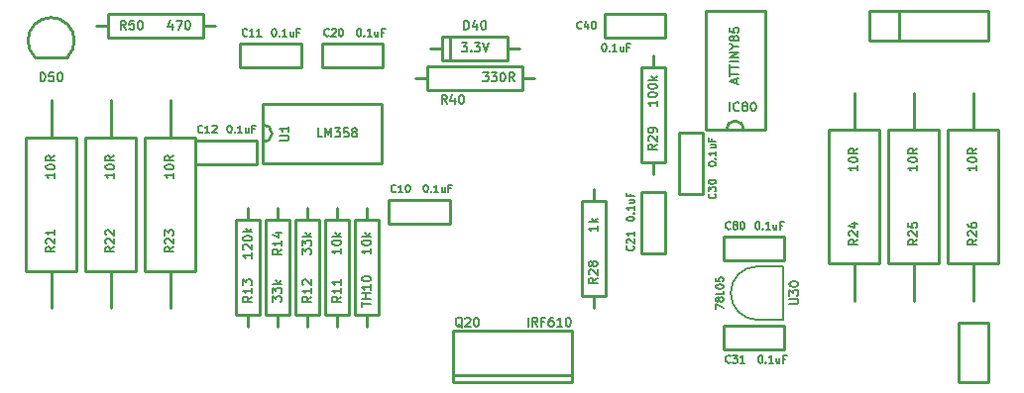
<source format=gto>
G04 (created by PCBNEW (22-Jun-2014 BZR 4027)-stable) date Sun 11 Feb 2018 06:49:22 AM CST*
%MOIN*%
G04 Gerber Fmt 3.4, Leading zero omitted, Abs format*
%FSLAX34Y34*%
G01*
G70*
G90*
G04 APERTURE LIST*
%ADD10C,0.00590551*%
%ADD11C,0.01*%
%ADD12C,0.006*%
%ADD13C,0.005*%
G04 APERTURE END LIST*
G54D10*
G54D11*
X64000Y-76250D02*
X64000Y-76500D01*
X64000Y-76500D02*
X60000Y-76500D01*
X60000Y-76500D02*
X60000Y-76250D01*
X64000Y-74750D02*
X64000Y-76250D01*
X64000Y-76250D02*
X60000Y-76250D01*
X60000Y-76250D02*
X60000Y-74750D01*
X60000Y-74750D02*
X64000Y-74750D01*
X75000Y-64000D02*
X75000Y-65000D01*
X74000Y-64000D02*
X78000Y-64000D01*
X78000Y-64000D02*
X78000Y-65000D01*
X78000Y-65000D02*
X74000Y-65000D01*
X74000Y-65000D02*
X74000Y-64000D01*
G54D10*
X70250Y-74400D02*
X71100Y-74400D01*
X71100Y-74400D02*
X71100Y-72600D01*
X71100Y-72600D02*
X70250Y-72600D01*
X70250Y-72600D02*
G75*
G03X69350Y-73500I0J-900D01*
G74*
G01*
X69350Y-73500D02*
G75*
G03X70250Y-74400I900J0D01*
G74*
G01*
G54D11*
X77000Y-76500D02*
X77000Y-74500D01*
X77000Y-74500D02*
X78000Y-74500D01*
X78000Y-74500D02*
X78000Y-76500D01*
X78000Y-76500D02*
X77000Y-76500D01*
X47051Y-65551D02*
X45948Y-65551D01*
X45948Y-64448D02*
G75*
G03X45948Y-65551I551J-551D01*
G74*
G01*
X47051Y-64448D02*
G75*
G03X45948Y-64448I-551J-551D01*
G74*
G01*
X47051Y-65551D02*
G75*
G03X47051Y-64448I-551J551D01*
G74*
G01*
X53925Y-68125D02*
G75*
G03X53625Y-67825I-300J0D01*
G74*
G01*
X53625Y-68425D02*
G75*
G03X53925Y-68125I0J300D01*
G74*
G01*
X53625Y-67125D02*
X57625Y-67125D01*
X57625Y-67125D02*
X57625Y-69125D01*
X57625Y-69125D02*
X53625Y-69125D01*
X53625Y-69125D02*
X53625Y-67125D01*
X69500Y-67700D02*
G75*
G03X69200Y-68000I0J-300D01*
G74*
G01*
X69800Y-68000D02*
G75*
G03X69500Y-67700I-300J0D01*
G74*
G01*
X68500Y-68000D02*
X68500Y-64000D01*
X68500Y-64000D02*
X70500Y-64000D01*
X70500Y-64000D02*
X70500Y-68000D01*
X70500Y-68000D02*
X68500Y-68000D01*
X61850Y-65250D02*
X62250Y-65250D01*
X59650Y-65250D02*
X59250Y-65250D01*
X61850Y-64850D02*
X59650Y-64850D01*
X59650Y-65650D02*
X61850Y-65650D01*
X59900Y-65650D02*
X59900Y-64850D01*
X59650Y-65250D02*
X59650Y-65650D01*
X61850Y-65650D02*
X61850Y-65250D01*
X61850Y-65250D02*
X61850Y-64850D01*
X59650Y-64850D02*
X59650Y-65250D01*
X57850Y-71150D02*
X59900Y-71150D01*
X57850Y-70350D02*
X59900Y-70350D01*
X59900Y-70350D02*
X59900Y-71150D01*
X57850Y-71150D02*
X57850Y-70350D01*
X67150Y-64100D02*
X65100Y-64100D01*
X67150Y-64900D02*
X65100Y-64900D01*
X65100Y-64900D02*
X65100Y-64100D01*
X67150Y-64100D02*
X67150Y-64900D01*
X71150Y-71600D02*
X69100Y-71600D01*
X71150Y-72400D02*
X69100Y-72400D01*
X69100Y-72400D02*
X69100Y-71600D01*
X71150Y-71600D02*
X71150Y-72400D01*
X67600Y-68100D02*
X67600Y-70150D01*
X68400Y-68100D02*
X68400Y-70150D01*
X68400Y-70150D02*
X67600Y-70150D01*
X67600Y-68100D02*
X68400Y-68100D01*
X71150Y-74600D02*
X69100Y-74600D01*
X71150Y-75400D02*
X69100Y-75400D01*
X69100Y-75400D02*
X69100Y-74600D01*
X71150Y-74600D02*
X71150Y-75400D01*
X54900Y-65100D02*
X52850Y-65100D01*
X54900Y-65900D02*
X52850Y-65900D01*
X52850Y-65900D02*
X52850Y-65100D01*
X54900Y-65100D02*
X54900Y-65900D01*
X53400Y-68350D02*
X51350Y-68350D01*
X53400Y-69150D02*
X51350Y-69150D01*
X51350Y-69150D02*
X51350Y-68350D01*
X53400Y-68350D02*
X53400Y-69150D01*
X66350Y-70100D02*
X66350Y-72150D01*
X67150Y-70100D02*
X67150Y-72150D01*
X67150Y-72150D02*
X66350Y-72150D01*
X66350Y-70100D02*
X67150Y-70100D01*
X55600Y-65900D02*
X57650Y-65900D01*
X55600Y-65100D02*
X57650Y-65100D01*
X57650Y-65100D02*
X57650Y-65900D01*
X55600Y-65900D02*
X55600Y-65100D01*
X64750Y-74000D02*
X64750Y-73600D01*
X64750Y-73600D02*
X64350Y-73600D01*
X64350Y-73600D02*
X64350Y-70400D01*
X64350Y-70400D02*
X65150Y-70400D01*
X65150Y-70400D02*
X65150Y-73600D01*
X65150Y-73600D02*
X64750Y-73600D01*
X64750Y-70000D02*
X64750Y-70400D01*
X66750Y-69500D02*
X66750Y-69100D01*
X66750Y-69100D02*
X66350Y-69100D01*
X66350Y-69100D02*
X66350Y-65900D01*
X66350Y-65900D02*
X67150Y-65900D01*
X67150Y-65900D02*
X67150Y-69100D01*
X67150Y-69100D02*
X66750Y-69100D01*
X66750Y-65500D02*
X66750Y-65900D01*
X57125Y-74625D02*
X57125Y-74225D01*
X57125Y-74225D02*
X56725Y-74225D01*
X56725Y-74225D02*
X56725Y-71025D01*
X56725Y-71025D02*
X57525Y-71025D01*
X57525Y-71025D02*
X57525Y-74225D01*
X57525Y-74225D02*
X57125Y-74225D01*
X57125Y-70625D02*
X57125Y-71025D01*
X56125Y-74625D02*
X56125Y-74225D01*
X56125Y-74225D02*
X55725Y-74225D01*
X55725Y-74225D02*
X55725Y-71025D01*
X55725Y-71025D02*
X56525Y-71025D01*
X56525Y-71025D02*
X56525Y-74225D01*
X56525Y-74225D02*
X56125Y-74225D01*
X56125Y-70625D02*
X56125Y-71025D01*
X55125Y-74625D02*
X55125Y-74225D01*
X55125Y-74225D02*
X54725Y-74225D01*
X54725Y-74225D02*
X54725Y-71025D01*
X54725Y-71025D02*
X55525Y-71025D01*
X55525Y-71025D02*
X55525Y-74225D01*
X55525Y-74225D02*
X55125Y-74225D01*
X55125Y-70625D02*
X55125Y-71025D01*
X54125Y-70625D02*
X54125Y-71025D01*
X54125Y-71025D02*
X54525Y-71025D01*
X54525Y-71025D02*
X54525Y-74225D01*
X54525Y-74225D02*
X53725Y-74225D01*
X53725Y-74225D02*
X53725Y-71025D01*
X53725Y-71025D02*
X54125Y-71025D01*
X54125Y-74625D02*
X54125Y-74225D01*
X53125Y-74625D02*
X53125Y-74225D01*
X53125Y-74225D02*
X52725Y-74225D01*
X52725Y-74225D02*
X52725Y-71025D01*
X52725Y-71025D02*
X53525Y-71025D01*
X53525Y-71025D02*
X53525Y-74225D01*
X53525Y-74225D02*
X53125Y-74225D01*
X53125Y-70625D02*
X53125Y-71025D01*
X72650Y-68000D02*
X72650Y-72500D01*
X74350Y-72500D02*
X74350Y-68000D01*
X73500Y-73750D02*
X73500Y-72500D01*
X73500Y-68000D02*
X73500Y-66750D01*
X74350Y-68000D02*
X72650Y-68000D01*
X74350Y-72500D02*
X72650Y-72500D01*
X76350Y-72500D02*
X76350Y-68000D01*
X74650Y-68000D02*
X74650Y-72500D01*
X75500Y-66750D02*
X75500Y-68000D01*
X75500Y-72500D02*
X75500Y-73750D01*
X74650Y-72500D02*
X76350Y-72500D01*
X74650Y-68000D02*
X76350Y-68000D01*
X76650Y-68000D02*
X76650Y-72500D01*
X78350Y-72500D02*
X78350Y-68000D01*
X77500Y-73750D02*
X77500Y-72500D01*
X77500Y-68000D02*
X77500Y-66750D01*
X78350Y-68000D02*
X76650Y-68000D01*
X78350Y-72500D02*
X76650Y-72500D01*
X45650Y-68250D02*
X45650Y-72750D01*
X47350Y-72750D02*
X47350Y-68250D01*
X46500Y-74000D02*
X46500Y-72750D01*
X46500Y-68250D02*
X46500Y-67000D01*
X47350Y-68250D02*
X45650Y-68250D01*
X47350Y-72750D02*
X45650Y-72750D01*
X49350Y-72750D02*
X49350Y-68250D01*
X47650Y-68250D02*
X47650Y-72750D01*
X48500Y-67000D02*
X48500Y-68250D01*
X48500Y-72750D02*
X48500Y-74000D01*
X47650Y-72750D02*
X49350Y-72750D01*
X47650Y-68250D02*
X49350Y-68250D01*
X49650Y-68250D02*
X49650Y-72750D01*
X51350Y-72750D02*
X51350Y-68250D01*
X50500Y-74000D02*
X50500Y-72750D01*
X50500Y-68250D02*
X50500Y-67000D01*
X51350Y-68250D02*
X49650Y-68250D01*
X51350Y-72750D02*
X49650Y-72750D01*
X48000Y-64500D02*
X48400Y-64500D01*
X48400Y-64500D02*
X48400Y-64100D01*
X48400Y-64100D02*
X51600Y-64100D01*
X51600Y-64100D02*
X51600Y-64900D01*
X51600Y-64900D02*
X48400Y-64900D01*
X48400Y-64900D02*
X48400Y-64500D01*
X52000Y-64500D02*
X51600Y-64500D01*
X58750Y-66250D02*
X59150Y-66250D01*
X59150Y-66250D02*
X59150Y-65850D01*
X59150Y-65850D02*
X62350Y-65850D01*
X62350Y-65850D02*
X62350Y-66650D01*
X62350Y-66650D02*
X59150Y-66650D01*
X59150Y-66650D02*
X59150Y-66250D01*
X62750Y-66250D02*
X62350Y-66250D01*
G54D12*
X60328Y-74650D02*
X60300Y-74635D01*
X60271Y-74607D01*
X60228Y-74564D01*
X60200Y-74550D01*
X60171Y-74550D01*
X60185Y-74621D02*
X60157Y-74607D01*
X60128Y-74578D01*
X60114Y-74521D01*
X60114Y-74421D01*
X60128Y-74364D01*
X60157Y-74335D01*
X60185Y-74321D01*
X60242Y-74321D01*
X60271Y-74335D01*
X60300Y-74364D01*
X60314Y-74421D01*
X60314Y-74521D01*
X60300Y-74578D01*
X60271Y-74607D01*
X60242Y-74621D01*
X60185Y-74621D01*
X60428Y-74350D02*
X60442Y-74335D01*
X60471Y-74321D01*
X60542Y-74321D01*
X60571Y-74335D01*
X60585Y-74350D01*
X60600Y-74378D01*
X60600Y-74407D01*
X60585Y-74450D01*
X60414Y-74621D01*
X60600Y-74621D01*
X60785Y-74321D02*
X60814Y-74321D01*
X60842Y-74335D01*
X60857Y-74350D01*
X60871Y-74378D01*
X60885Y-74435D01*
X60885Y-74507D01*
X60871Y-74564D01*
X60857Y-74592D01*
X60842Y-74607D01*
X60814Y-74621D01*
X60785Y-74621D01*
X60757Y-74607D01*
X60742Y-74592D01*
X60728Y-74564D01*
X60714Y-74507D01*
X60714Y-74435D01*
X60728Y-74378D01*
X60742Y-74350D01*
X60757Y-74335D01*
X60785Y-74321D01*
X62542Y-74621D02*
X62542Y-74321D01*
X62857Y-74621D02*
X62757Y-74478D01*
X62685Y-74621D02*
X62685Y-74321D01*
X62800Y-74321D01*
X62828Y-74335D01*
X62842Y-74350D01*
X62857Y-74378D01*
X62857Y-74421D01*
X62842Y-74450D01*
X62828Y-74464D01*
X62800Y-74478D01*
X62685Y-74478D01*
X63085Y-74464D02*
X62985Y-74464D01*
X62985Y-74621D02*
X62985Y-74321D01*
X63128Y-74321D01*
X63371Y-74321D02*
X63314Y-74321D01*
X63285Y-74335D01*
X63271Y-74350D01*
X63242Y-74392D01*
X63228Y-74450D01*
X63228Y-74564D01*
X63242Y-74592D01*
X63257Y-74607D01*
X63285Y-74621D01*
X63342Y-74621D01*
X63371Y-74607D01*
X63385Y-74592D01*
X63400Y-74564D01*
X63400Y-74492D01*
X63385Y-74464D01*
X63371Y-74450D01*
X63342Y-74435D01*
X63285Y-74435D01*
X63257Y-74450D01*
X63242Y-74464D01*
X63228Y-74492D01*
X63685Y-74621D02*
X63514Y-74621D01*
X63600Y-74621D02*
X63600Y-74321D01*
X63571Y-74364D01*
X63542Y-74392D01*
X63514Y-74407D01*
X63871Y-74321D02*
X63900Y-74321D01*
X63928Y-74335D01*
X63942Y-74350D01*
X63957Y-74378D01*
X63971Y-74435D01*
X63971Y-74507D01*
X63957Y-74564D01*
X63942Y-74592D01*
X63928Y-74607D01*
X63900Y-74621D01*
X63871Y-74621D01*
X63842Y-74607D01*
X63828Y-74592D01*
X63814Y-74564D01*
X63800Y-74507D01*
X63800Y-74435D01*
X63814Y-74378D01*
X63828Y-74350D01*
X63842Y-74335D01*
X63871Y-74321D01*
X71321Y-73871D02*
X71564Y-73871D01*
X71592Y-73857D01*
X71607Y-73842D01*
X71621Y-73814D01*
X71621Y-73757D01*
X71607Y-73728D01*
X71592Y-73714D01*
X71564Y-73700D01*
X71321Y-73700D01*
X71321Y-73585D02*
X71321Y-73400D01*
X71435Y-73500D01*
X71435Y-73457D01*
X71450Y-73428D01*
X71464Y-73414D01*
X71492Y-73400D01*
X71564Y-73400D01*
X71592Y-73414D01*
X71607Y-73428D01*
X71621Y-73457D01*
X71621Y-73542D01*
X71607Y-73571D01*
X71592Y-73585D01*
X71321Y-73214D02*
X71321Y-73185D01*
X71335Y-73157D01*
X71350Y-73142D01*
X71378Y-73128D01*
X71435Y-73114D01*
X71507Y-73114D01*
X71564Y-73128D01*
X71592Y-73142D01*
X71607Y-73157D01*
X71621Y-73185D01*
X71621Y-73214D01*
X71607Y-73242D01*
X71592Y-73257D01*
X71564Y-73271D01*
X71507Y-73285D01*
X71435Y-73285D01*
X71378Y-73271D01*
X71350Y-73257D01*
X71335Y-73242D01*
X71321Y-73214D01*
G54D13*
X68851Y-74041D02*
X68851Y-73875D01*
X69101Y-73982D01*
X68958Y-73744D02*
X68946Y-73767D01*
X68934Y-73779D01*
X68910Y-73791D01*
X68898Y-73791D01*
X68875Y-73779D01*
X68863Y-73767D01*
X68851Y-73744D01*
X68851Y-73696D01*
X68863Y-73672D01*
X68875Y-73660D01*
X68898Y-73648D01*
X68910Y-73648D01*
X68934Y-73660D01*
X68946Y-73672D01*
X68958Y-73696D01*
X68958Y-73744D01*
X68970Y-73767D01*
X68982Y-73779D01*
X69005Y-73791D01*
X69053Y-73791D01*
X69077Y-73779D01*
X69089Y-73767D01*
X69101Y-73744D01*
X69101Y-73696D01*
X69089Y-73672D01*
X69077Y-73660D01*
X69053Y-73648D01*
X69005Y-73648D01*
X68982Y-73660D01*
X68970Y-73672D01*
X68958Y-73696D01*
X69101Y-73422D02*
X69101Y-73541D01*
X68851Y-73541D01*
X68851Y-73291D02*
X68851Y-73267D01*
X68863Y-73244D01*
X68875Y-73232D01*
X68898Y-73220D01*
X68946Y-73208D01*
X69005Y-73208D01*
X69053Y-73220D01*
X69077Y-73232D01*
X69089Y-73244D01*
X69101Y-73267D01*
X69101Y-73291D01*
X69089Y-73315D01*
X69077Y-73327D01*
X69053Y-73339D01*
X69005Y-73351D01*
X68946Y-73351D01*
X68898Y-73339D01*
X68875Y-73327D01*
X68863Y-73315D01*
X68851Y-73291D01*
X68851Y-72982D02*
X68851Y-73101D01*
X68970Y-73113D01*
X68958Y-73101D01*
X68946Y-73077D01*
X68946Y-73017D01*
X68958Y-72994D01*
X68970Y-72982D01*
X68994Y-72970D01*
X69053Y-72970D01*
X69077Y-72982D01*
X69089Y-72994D01*
X69101Y-73017D01*
X69101Y-73077D01*
X69089Y-73101D01*
X69077Y-73113D01*
G54D12*
X46135Y-66371D02*
X46135Y-66071D01*
X46207Y-66071D01*
X46250Y-66085D01*
X46278Y-66114D01*
X46292Y-66142D01*
X46307Y-66200D01*
X46307Y-66242D01*
X46292Y-66300D01*
X46278Y-66328D01*
X46250Y-66357D01*
X46207Y-66371D01*
X46135Y-66371D01*
X46578Y-66071D02*
X46435Y-66071D01*
X46421Y-66214D01*
X46435Y-66200D01*
X46464Y-66185D01*
X46535Y-66185D01*
X46564Y-66200D01*
X46578Y-66214D01*
X46592Y-66242D01*
X46592Y-66314D01*
X46578Y-66342D01*
X46564Y-66357D01*
X46535Y-66371D01*
X46464Y-66371D01*
X46435Y-66357D01*
X46421Y-66342D01*
X46778Y-66071D02*
X46807Y-66071D01*
X46835Y-66085D01*
X46850Y-66100D01*
X46864Y-66128D01*
X46878Y-66185D01*
X46878Y-66257D01*
X46864Y-66314D01*
X46850Y-66342D01*
X46835Y-66357D01*
X46807Y-66371D01*
X46778Y-66371D01*
X46750Y-66357D01*
X46735Y-66342D01*
X46721Y-66314D01*
X46707Y-66257D01*
X46707Y-66185D01*
X46721Y-66128D01*
X46735Y-66100D01*
X46750Y-66085D01*
X46778Y-66071D01*
X54196Y-68353D02*
X54439Y-68353D01*
X54467Y-68339D01*
X54482Y-68325D01*
X54496Y-68296D01*
X54496Y-68239D01*
X54482Y-68210D01*
X54467Y-68196D01*
X54439Y-68182D01*
X54196Y-68182D01*
X54496Y-67882D02*
X54496Y-68053D01*
X54496Y-67967D02*
X54196Y-67967D01*
X54239Y-67996D01*
X54267Y-68025D01*
X54282Y-68053D01*
X55617Y-68246D02*
X55475Y-68246D01*
X55475Y-67946D01*
X55717Y-68246D02*
X55717Y-67946D01*
X55817Y-68160D01*
X55917Y-67946D01*
X55917Y-68246D01*
X56032Y-67946D02*
X56217Y-67946D01*
X56117Y-68060D01*
X56160Y-68060D01*
X56189Y-68075D01*
X56203Y-68089D01*
X56217Y-68117D01*
X56217Y-68189D01*
X56203Y-68217D01*
X56189Y-68232D01*
X56160Y-68246D01*
X56075Y-68246D01*
X56046Y-68232D01*
X56032Y-68217D01*
X56489Y-67946D02*
X56346Y-67946D01*
X56332Y-68089D01*
X56346Y-68075D01*
X56375Y-68060D01*
X56446Y-68060D01*
X56475Y-68075D01*
X56489Y-68089D01*
X56503Y-68117D01*
X56503Y-68189D01*
X56489Y-68217D01*
X56475Y-68232D01*
X56446Y-68246D01*
X56375Y-68246D01*
X56346Y-68232D01*
X56332Y-68217D01*
X56675Y-68075D02*
X56646Y-68060D01*
X56632Y-68046D01*
X56617Y-68017D01*
X56617Y-68003D01*
X56632Y-67975D01*
X56646Y-67960D01*
X56675Y-67946D01*
X56732Y-67946D01*
X56760Y-67960D01*
X56775Y-67975D01*
X56789Y-68003D01*
X56789Y-68017D01*
X56775Y-68046D01*
X56760Y-68060D01*
X56732Y-68075D01*
X56675Y-68075D01*
X56646Y-68089D01*
X56632Y-68103D01*
X56617Y-68132D01*
X56617Y-68189D01*
X56632Y-68217D01*
X56646Y-68232D01*
X56675Y-68246D01*
X56732Y-68246D01*
X56760Y-68232D01*
X56775Y-68217D01*
X56789Y-68189D01*
X56789Y-68132D01*
X56775Y-68103D01*
X56760Y-68089D01*
X56732Y-68075D01*
X69314Y-67371D02*
X69314Y-67071D01*
X69628Y-67342D02*
X69614Y-67357D01*
X69571Y-67371D01*
X69542Y-67371D01*
X69500Y-67357D01*
X69471Y-67328D01*
X69457Y-67300D01*
X69442Y-67242D01*
X69442Y-67200D01*
X69457Y-67142D01*
X69471Y-67114D01*
X69500Y-67085D01*
X69542Y-67071D01*
X69571Y-67071D01*
X69614Y-67085D01*
X69628Y-67100D01*
X69800Y-67200D02*
X69771Y-67185D01*
X69757Y-67171D01*
X69742Y-67142D01*
X69742Y-67128D01*
X69757Y-67100D01*
X69771Y-67085D01*
X69800Y-67071D01*
X69857Y-67071D01*
X69885Y-67085D01*
X69900Y-67100D01*
X69914Y-67128D01*
X69914Y-67142D01*
X69900Y-67171D01*
X69885Y-67185D01*
X69857Y-67200D01*
X69800Y-67200D01*
X69771Y-67214D01*
X69757Y-67228D01*
X69742Y-67257D01*
X69742Y-67314D01*
X69757Y-67342D01*
X69771Y-67357D01*
X69800Y-67371D01*
X69857Y-67371D01*
X69885Y-67357D01*
X69900Y-67342D01*
X69914Y-67314D01*
X69914Y-67257D01*
X69900Y-67228D01*
X69885Y-67214D01*
X69857Y-67200D01*
X70100Y-67071D02*
X70128Y-67071D01*
X70157Y-67085D01*
X70171Y-67100D01*
X70185Y-67128D01*
X70200Y-67185D01*
X70200Y-67257D01*
X70185Y-67314D01*
X70171Y-67342D01*
X70157Y-67357D01*
X70128Y-67371D01*
X70100Y-67371D01*
X70071Y-67357D01*
X70057Y-67342D01*
X70042Y-67314D01*
X70028Y-67257D01*
X70028Y-67185D01*
X70042Y-67128D01*
X70057Y-67100D01*
X70071Y-67085D01*
X70100Y-67071D01*
X69535Y-66442D02*
X69535Y-66299D01*
X69621Y-66471D02*
X69321Y-66371D01*
X69621Y-66271D01*
X69321Y-66214D02*
X69321Y-66042D01*
X69621Y-66128D02*
X69321Y-66128D01*
X69321Y-65985D02*
X69321Y-65814D01*
X69621Y-65899D02*
X69321Y-65899D01*
X69621Y-65714D02*
X69321Y-65714D01*
X69621Y-65571D02*
X69321Y-65571D01*
X69621Y-65400D01*
X69321Y-65400D01*
X69478Y-65200D02*
X69621Y-65200D01*
X69321Y-65300D02*
X69478Y-65200D01*
X69321Y-65100D01*
X69450Y-64957D02*
X69435Y-64985D01*
X69421Y-64999D01*
X69392Y-65014D01*
X69378Y-65014D01*
X69350Y-64999D01*
X69335Y-64985D01*
X69321Y-64957D01*
X69321Y-64899D01*
X69335Y-64871D01*
X69350Y-64857D01*
X69378Y-64842D01*
X69392Y-64842D01*
X69421Y-64857D01*
X69435Y-64871D01*
X69450Y-64899D01*
X69450Y-64957D01*
X69464Y-64985D01*
X69478Y-64999D01*
X69507Y-65014D01*
X69564Y-65014D01*
X69592Y-64999D01*
X69607Y-64985D01*
X69621Y-64957D01*
X69621Y-64899D01*
X69607Y-64871D01*
X69592Y-64857D01*
X69564Y-64842D01*
X69507Y-64842D01*
X69478Y-64857D01*
X69464Y-64871D01*
X69450Y-64899D01*
X69321Y-64571D02*
X69321Y-64714D01*
X69464Y-64728D01*
X69450Y-64714D01*
X69435Y-64685D01*
X69435Y-64614D01*
X69450Y-64585D01*
X69464Y-64571D01*
X69492Y-64557D01*
X69564Y-64557D01*
X69592Y-64571D01*
X69607Y-64585D01*
X69621Y-64614D01*
X69621Y-64685D01*
X69607Y-64714D01*
X69592Y-64728D01*
X60385Y-64621D02*
X60385Y-64321D01*
X60457Y-64321D01*
X60500Y-64335D01*
X60528Y-64364D01*
X60542Y-64392D01*
X60557Y-64450D01*
X60557Y-64492D01*
X60542Y-64550D01*
X60528Y-64578D01*
X60500Y-64607D01*
X60457Y-64621D01*
X60385Y-64621D01*
X60814Y-64421D02*
X60814Y-64621D01*
X60742Y-64307D02*
X60671Y-64521D01*
X60857Y-64521D01*
X61028Y-64321D02*
X61057Y-64321D01*
X61085Y-64335D01*
X61100Y-64350D01*
X61114Y-64378D01*
X61128Y-64435D01*
X61128Y-64507D01*
X61114Y-64564D01*
X61100Y-64592D01*
X61085Y-64607D01*
X61057Y-64621D01*
X61028Y-64621D01*
X61000Y-64607D01*
X60985Y-64592D01*
X60971Y-64564D01*
X60957Y-64507D01*
X60957Y-64435D01*
X60971Y-64378D01*
X60985Y-64350D01*
X61000Y-64335D01*
X61028Y-64321D01*
X60307Y-65071D02*
X60492Y-65071D01*
X60392Y-65185D01*
X60435Y-65185D01*
X60464Y-65200D01*
X60478Y-65214D01*
X60492Y-65242D01*
X60492Y-65314D01*
X60478Y-65342D01*
X60464Y-65357D01*
X60435Y-65371D01*
X60350Y-65371D01*
X60321Y-65357D01*
X60307Y-65342D01*
X60621Y-65342D02*
X60635Y-65357D01*
X60621Y-65371D01*
X60607Y-65357D01*
X60621Y-65342D01*
X60621Y-65371D01*
X60735Y-65071D02*
X60921Y-65071D01*
X60821Y-65185D01*
X60864Y-65185D01*
X60892Y-65200D01*
X60907Y-65214D01*
X60921Y-65242D01*
X60921Y-65314D01*
X60907Y-65342D01*
X60892Y-65357D01*
X60864Y-65371D01*
X60778Y-65371D01*
X60750Y-65357D01*
X60735Y-65342D01*
X61007Y-65071D02*
X61107Y-65371D01*
X61207Y-65071D01*
G54D13*
X58089Y-70077D02*
X58077Y-70089D01*
X58041Y-70101D01*
X58017Y-70101D01*
X57982Y-70089D01*
X57958Y-70065D01*
X57946Y-70041D01*
X57934Y-69994D01*
X57934Y-69958D01*
X57946Y-69910D01*
X57958Y-69886D01*
X57982Y-69863D01*
X58017Y-69851D01*
X58041Y-69851D01*
X58077Y-69863D01*
X58089Y-69875D01*
X58327Y-70101D02*
X58184Y-70101D01*
X58255Y-70101D02*
X58255Y-69851D01*
X58232Y-69886D01*
X58208Y-69910D01*
X58184Y-69922D01*
X58482Y-69851D02*
X58505Y-69851D01*
X58529Y-69863D01*
X58541Y-69875D01*
X58553Y-69898D01*
X58565Y-69946D01*
X58565Y-70005D01*
X58553Y-70053D01*
X58541Y-70077D01*
X58529Y-70089D01*
X58505Y-70101D01*
X58482Y-70101D01*
X58458Y-70089D01*
X58446Y-70077D01*
X58434Y-70053D01*
X58422Y-70005D01*
X58422Y-69946D01*
X58434Y-69898D01*
X58446Y-69875D01*
X58458Y-69863D01*
X58482Y-69851D01*
X59089Y-69851D02*
X59113Y-69851D01*
X59136Y-69863D01*
X59148Y-69875D01*
X59160Y-69898D01*
X59172Y-69946D01*
X59172Y-70005D01*
X59160Y-70053D01*
X59148Y-70077D01*
X59136Y-70089D01*
X59113Y-70101D01*
X59089Y-70101D01*
X59065Y-70089D01*
X59053Y-70077D01*
X59041Y-70053D01*
X59029Y-70005D01*
X59029Y-69946D01*
X59041Y-69898D01*
X59053Y-69875D01*
X59065Y-69863D01*
X59089Y-69851D01*
X59279Y-70077D02*
X59291Y-70089D01*
X59279Y-70101D01*
X59267Y-70089D01*
X59279Y-70077D01*
X59279Y-70101D01*
X59529Y-70101D02*
X59386Y-70101D01*
X59458Y-70101D02*
X59458Y-69851D01*
X59434Y-69886D01*
X59410Y-69910D01*
X59386Y-69922D01*
X59744Y-69934D02*
X59744Y-70101D01*
X59636Y-69934D02*
X59636Y-70065D01*
X59648Y-70089D01*
X59672Y-70101D01*
X59708Y-70101D01*
X59732Y-70089D01*
X59744Y-70077D01*
X59946Y-69970D02*
X59863Y-69970D01*
X59863Y-70101D02*
X59863Y-69851D01*
X59982Y-69851D01*
X64339Y-64577D02*
X64327Y-64589D01*
X64291Y-64601D01*
X64267Y-64601D01*
X64232Y-64589D01*
X64208Y-64565D01*
X64196Y-64541D01*
X64184Y-64494D01*
X64184Y-64458D01*
X64196Y-64410D01*
X64208Y-64386D01*
X64232Y-64363D01*
X64267Y-64351D01*
X64291Y-64351D01*
X64327Y-64363D01*
X64339Y-64375D01*
X64553Y-64434D02*
X64553Y-64601D01*
X64494Y-64339D02*
X64434Y-64517D01*
X64589Y-64517D01*
X64732Y-64351D02*
X64755Y-64351D01*
X64779Y-64363D01*
X64791Y-64375D01*
X64803Y-64398D01*
X64815Y-64446D01*
X64815Y-64505D01*
X64803Y-64553D01*
X64791Y-64577D01*
X64779Y-64589D01*
X64755Y-64601D01*
X64732Y-64601D01*
X64708Y-64589D01*
X64696Y-64577D01*
X64684Y-64553D01*
X64672Y-64505D01*
X64672Y-64446D01*
X64684Y-64398D01*
X64696Y-64375D01*
X64708Y-64363D01*
X64732Y-64351D01*
X65089Y-65101D02*
X65113Y-65101D01*
X65136Y-65113D01*
X65148Y-65125D01*
X65160Y-65148D01*
X65172Y-65196D01*
X65172Y-65255D01*
X65160Y-65303D01*
X65148Y-65327D01*
X65136Y-65339D01*
X65113Y-65351D01*
X65089Y-65351D01*
X65065Y-65339D01*
X65053Y-65327D01*
X65041Y-65303D01*
X65029Y-65255D01*
X65029Y-65196D01*
X65041Y-65148D01*
X65053Y-65125D01*
X65065Y-65113D01*
X65089Y-65101D01*
X65279Y-65327D02*
X65291Y-65339D01*
X65279Y-65351D01*
X65267Y-65339D01*
X65279Y-65327D01*
X65279Y-65351D01*
X65529Y-65351D02*
X65386Y-65351D01*
X65458Y-65351D02*
X65458Y-65101D01*
X65434Y-65136D01*
X65410Y-65160D01*
X65386Y-65172D01*
X65744Y-65184D02*
X65744Y-65351D01*
X65636Y-65184D02*
X65636Y-65315D01*
X65648Y-65339D01*
X65672Y-65351D01*
X65708Y-65351D01*
X65732Y-65339D01*
X65744Y-65327D01*
X65946Y-65220D02*
X65863Y-65220D01*
X65863Y-65351D02*
X65863Y-65101D01*
X65982Y-65101D01*
X69339Y-71327D02*
X69327Y-71339D01*
X69291Y-71351D01*
X69267Y-71351D01*
X69232Y-71339D01*
X69208Y-71315D01*
X69196Y-71291D01*
X69184Y-71244D01*
X69184Y-71208D01*
X69196Y-71160D01*
X69208Y-71136D01*
X69232Y-71113D01*
X69267Y-71101D01*
X69291Y-71101D01*
X69327Y-71113D01*
X69339Y-71125D01*
X69482Y-71208D02*
X69458Y-71196D01*
X69446Y-71184D01*
X69434Y-71160D01*
X69434Y-71148D01*
X69446Y-71125D01*
X69458Y-71113D01*
X69482Y-71101D01*
X69529Y-71101D01*
X69553Y-71113D01*
X69565Y-71125D01*
X69577Y-71148D01*
X69577Y-71160D01*
X69565Y-71184D01*
X69553Y-71196D01*
X69529Y-71208D01*
X69482Y-71208D01*
X69458Y-71220D01*
X69446Y-71232D01*
X69434Y-71255D01*
X69434Y-71303D01*
X69446Y-71327D01*
X69458Y-71339D01*
X69482Y-71351D01*
X69529Y-71351D01*
X69553Y-71339D01*
X69565Y-71327D01*
X69577Y-71303D01*
X69577Y-71255D01*
X69565Y-71232D01*
X69553Y-71220D01*
X69529Y-71208D01*
X69732Y-71101D02*
X69755Y-71101D01*
X69779Y-71113D01*
X69791Y-71125D01*
X69803Y-71148D01*
X69815Y-71196D01*
X69815Y-71255D01*
X69803Y-71303D01*
X69791Y-71327D01*
X69779Y-71339D01*
X69755Y-71351D01*
X69732Y-71351D01*
X69708Y-71339D01*
X69696Y-71327D01*
X69684Y-71303D01*
X69672Y-71255D01*
X69672Y-71196D01*
X69684Y-71148D01*
X69696Y-71125D01*
X69708Y-71113D01*
X69732Y-71101D01*
X70239Y-71101D02*
X70263Y-71101D01*
X70286Y-71113D01*
X70298Y-71125D01*
X70310Y-71148D01*
X70322Y-71196D01*
X70322Y-71255D01*
X70310Y-71303D01*
X70298Y-71327D01*
X70286Y-71339D01*
X70263Y-71351D01*
X70239Y-71351D01*
X70215Y-71339D01*
X70203Y-71327D01*
X70191Y-71303D01*
X70179Y-71255D01*
X70179Y-71196D01*
X70191Y-71148D01*
X70203Y-71125D01*
X70215Y-71113D01*
X70239Y-71101D01*
X70429Y-71327D02*
X70441Y-71339D01*
X70429Y-71351D01*
X70417Y-71339D01*
X70429Y-71327D01*
X70429Y-71351D01*
X70679Y-71351D02*
X70536Y-71351D01*
X70608Y-71351D02*
X70608Y-71101D01*
X70584Y-71136D01*
X70560Y-71160D01*
X70536Y-71172D01*
X70894Y-71184D02*
X70894Y-71351D01*
X70786Y-71184D02*
X70786Y-71315D01*
X70798Y-71339D01*
X70822Y-71351D01*
X70858Y-71351D01*
X70882Y-71339D01*
X70894Y-71327D01*
X71096Y-71220D02*
X71013Y-71220D01*
X71013Y-71351D02*
X71013Y-71101D01*
X71132Y-71101D01*
X68827Y-70160D02*
X68839Y-70172D01*
X68851Y-70208D01*
X68851Y-70232D01*
X68839Y-70267D01*
X68815Y-70291D01*
X68791Y-70303D01*
X68744Y-70315D01*
X68708Y-70315D01*
X68660Y-70303D01*
X68636Y-70291D01*
X68613Y-70267D01*
X68601Y-70232D01*
X68601Y-70208D01*
X68613Y-70172D01*
X68625Y-70160D01*
X68601Y-70077D02*
X68601Y-69922D01*
X68696Y-70005D01*
X68696Y-69970D01*
X68708Y-69946D01*
X68720Y-69934D01*
X68744Y-69922D01*
X68803Y-69922D01*
X68827Y-69934D01*
X68839Y-69946D01*
X68851Y-69970D01*
X68851Y-70041D01*
X68839Y-70065D01*
X68827Y-70077D01*
X68601Y-69767D02*
X68601Y-69744D01*
X68613Y-69720D01*
X68625Y-69708D01*
X68648Y-69696D01*
X68696Y-69684D01*
X68755Y-69684D01*
X68803Y-69696D01*
X68827Y-69708D01*
X68839Y-69720D01*
X68851Y-69744D01*
X68851Y-69767D01*
X68839Y-69791D01*
X68827Y-69803D01*
X68803Y-69815D01*
X68755Y-69827D01*
X68696Y-69827D01*
X68648Y-69815D01*
X68625Y-69803D01*
X68613Y-69791D01*
X68601Y-69767D01*
X68601Y-69160D02*
X68601Y-69136D01*
X68613Y-69113D01*
X68625Y-69101D01*
X68648Y-69089D01*
X68696Y-69077D01*
X68755Y-69077D01*
X68803Y-69089D01*
X68827Y-69101D01*
X68839Y-69113D01*
X68851Y-69136D01*
X68851Y-69160D01*
X68839Y-69184D01*
X68827Y-69196D01*
X68803Y-69208D01*
X68755Y-69220D01*
X68696Y-69220D01*
X68648Y-69208D01*
X68625Y-69196D01*
X68613Y-69184D01*
X68601Y-69160D01*
X68827Y-68970D02*
X68839Y-68958D01*
X68851Y-68970D01*
X68839Y-68982D01*
X68827Y-68970D01*
X68851Y-68970D01*
X68851Y-68720D02*
X68851Y-68863D01*
X68851Y-68791D02*
X68601Y-68791D01*
X68636Y-68815D01*
X68660Y-68839D01*
X68672Y-68863D01*
X68684Y-68505D02*
X68851Y-68505D01*
X68684Y-68613D02*
X68815Y-68613D01*
X68839Y-68601D01*
X68851Y-68577D01*
X68851Y-68541D01*
X68839Y-68517D01*
X68827Y-68505D01*
X68720Y-68303D02*
X68720Y-68386D01*
X68851Y-68386D02*
X68601Y-68386D01*
X68601Y-68267D01*
X69339Y-75827D02*
X69327Y-75839D01*
X69291Y-75851D01*
X69267Y-75851D01*
X69232Y-75839D01*
X69208Y-75815D01*
X69196Y-75791D01*
X69184Y-75744D01*
X69184Y-75708D01*
X69196Y-75660D01*
X69208Y-75636D01*
X69232Y-75613D01*
X69267Y-75601D01*
X69291Y-75601D01*
X69327Y-75613D01*
X69339Y-75625D01*
X69422Y-75601D02*
X69577Y-75601D01*
X69494Y-75696D01*
X69529Y-75696D01*
X69553Y-75708D01*
X69565Y-75720D01*
X69577Y-75744D01*
X69577Y-75803D01*
X69565Y-75827D01*
X69553Y-75839D01*
X69529Y-75851D01*
X69458Y-75851D01*
X69434Y-75839D01*
X69422Y-75827D01*
X69815Y-75851D02*
X69672Y-75851D01*
X69744Y-75851D02*
X69744Y-75601D01*
X69720Y-75636D01*
X69696Y-75660D01*
X69672Y-75672D01*
X70339Y-75601D02*
X70363Y-75601D01*
X70386Y-75613D01*
X70398Y-75625D01*
X70410Y-75648D01*
X70422Y-75696D01*
X70422Y-75755D01*
X70410Y-75803D01*
X70398Y-75827D01*
X70386Y-75839D01*
X70363Y-75851D01*
X70339Y-75851D01*
X70315Y-75839D01*
X70303Y-75827D01*
X70291Y-75803D01*
X70279Y-75755D01*
X70279Y-75696D01*
X70291Y-75648D01*
X70303Y-75625D01*
X70315Y-75613D01*
X70339Y-75601D01*
X70529Y-75827D02*
X70541Y-75839D01*
X70529Y-75851D01*
X70517Y-75839D01*
X70529Y-75827D01*
X70529Y-75851D01*
X70779Y-75851D02*
X70636Y-75851D01*
X70708Y-75851D02*
X70708Y-75601D01*
X70684Y-75636D01*
X70660Y-75660D01*
X70636Y-75672D01*
X70994Y-75684D02*
X70994Y-75851D01*
X70886Y-75684D02*
X70886Y-75815D01*
X70898Y-75839D01*
X70922Y-75851D01*
X70958Y-75851D01*
X70982Y-75839D01*
X70994Y-75827D01*
X71196Y-75720D02*
X71113Y-75720D01*
X71113Y-75851D02*
X71113Y-75601D01*
X71232Y-75601D01*
X53089Y-64827D02*
X53077Y-64839D01*
X53041Y-64851D01*
X53017Y-64851D01*
X52982Y-64839D01*
X52958Y-64815D01*
X52946Y-64791D01*
X52934Y-64744D01*
X52934Y-64708D01*
X52946Y-64660D01*
X52958Y-64636D01*
X52982Y-64613D01*
X53017Y-64601D01*
X53041Y-64601D01*
X53077Y-64613D01*
X53089Y-64625D01*
X53327Y-64851D02*
X53184Y-64851D01*
X53255Y-64851D02*
X53255Y-64601D01*
X53232Y-64636D01*
X53208Y-64660D01*
X53184Y-64672D01*
X53565Y-64851D02*
X53422Y-64851D01*
X53494Y-64851D02*
X53494Y-64601D01*
X53470Y-64636D01*
X53446Y-64660D01*
X53422Y-64672D01*
X53989Y-64601D02*
X54013Y-64601D01*
X54036Y-64613D01*
X54048Y-64625D01*
X54060Y-64648D01*
X54072Y-64696D01*
X54072Y-64755D01*
X54060Y-64803D01*
X54048Y-64827D01*
X54036Y-64839D01*
X54013Y-64851D01*
X53989Y-64851D01*
X53965Y-64839D01*
X53953Y-64827D01*
X53941Y-64803D01*
X53929Y-64755D01*
X53929Y-64696D01*
X53941Y-64648D01*
X53953Y-64625D01*
X53965Y-64613D01*
X53989Y-64601D01*
X54179Y-64827D02*
X54191Y-64839D01*
X54179Y-64851D01*
X54167Y-64839D01*
X54179Y-64827D01*
X54179Y-64851D01*
X54429Y-64851D02*
X54286Y-64851D01*
X54358Y-64851D02*
X54358Y-64601D01*
X54334Y-64636D01*
X54310Y-64660D01*
X54286Y-64672D01*
X54644Y-64684D02*
X54644Y-64851D01*
X54536Y-64684D02*
X54536Y-64815D01*
X54548Y-64839D01*
X54572Y-64851D01*
X54608Y-64851D01*
X54632Y-64839D01*
X54644Y-64827D01*
X54846Y-64720D02*
X54763Y-64720D01*
X54763Y-64851D02*
X54763Y-64601D01*
X54882Y-64601D01*
X51589Y-68077D02*
X51577Y-68089D01*
X51541Y-68101D01*
X51517Y-68101D01*
X51482Y-68089D01*
X51458Y-68065D01*
X51446Y-68041D01*
X51434Y-67994D01*
X51434Y-67958D01*
X51446Y-67910D01*
X51458Y-67886D01*
X51482Y-67863D01*
X51517Y-67851D01*
X51541Y-67851D01*
X51577Y-67863D01*
X51589Y-67875D01*
X51827Y-68101D02*
X51684Y-68101D01*
X51755Y-68101D02*
X51755Y-67851D01*
X51732Y-67886D01*
X51708Y-67910D01*
X51684Y-67922D01*
X51922Y-67875D02*
X51934Y-67863D01*
X51958Y-67851D01*
X52017Y-67851D01*
X52041Y-67863D01*
X52053Y-67875D01*
X52065Y-67898D01*
X52065Y-67922D01*
X52053Y-67958D01*
X51910Y-68101D01*
X52065Y-68101D01*
X52489Y-67851D02*
X52513Y-67851D01*
X52536Y-67863D01*
X52548Y-67875D01*
X52560Y-67898D01*
X52572Y-67946D01*
X52572Y-68005D01*
X52560Y-68053D01*
X52548Y-68077D01*
X52536Y-68089D01*
X52513Y-68101D01*
X52489Y-68101D01*
X52465Y-68089D01*
X52453Y-68077D01*
X52441Y-68053D01*
X52429Y-68005D01*
X52429Y-67946D01*
X52441Y-67898D01*
X52453Y-67875D01*
X52465Y-67863D01*
X52489Y-67851D01*
X52679Y-68077D02*
X52691Y-68089D01*
X52679Y-68101D01*
X52667Y-68089D01*
X52679Y-68077D01*
X52679Y-68101D01*
X52929Y-68101D02*
X52786Y-68101D01*
X52858Y-68101D02*
X52858Y-67851D01*
X52834Y-67886D01*
X52810Y-67910D01*
X52786Y-67922D01*
X53144Y-67934D02*
X53144Y-68101D01*
X53036Y-67934D02*
X53036Y-68065D01*
X53048Y-68089D01*
X53072Y-68101D01*
X53108Y-68101D01*
X53132Y-68089D01*
X53144Y-68077D01*
X53346Y-67970D02*
X53263Y-67970D01*
X53263Y-68101D02*
X53263Y-67851D01*
X53382Y-67851D01*
X66077Y-71910D02*
X66089Y-71922D01*
X66101Y-71958D01*
X66101Y-71982D01*
X66089Y-72017D01*
X66065Y-72041D01*
X66041Y-72053D01*
X65994Y-72065D01*
X65958Y-72065D01*
X65910Y-72053D01*
X65886Y-72041D01*
X65863Y-72017D01*
X65851Y-71982D01*
X65851Y-71958D01*
X65863Y-71922D01*
X65875Y-71910D01*
X65875Y-71815D02*
X65863Y-71803D01*
X65851Y-71779D01*
X65851Y-71720D01*
X65863Y-71696D01*
X65875Y-71684D01*
X65898Y-71672D01*
X65922Y-71672D01*
X65958Y-71684D01*
X66101Y-71827D01*
X66101Y-71672D01*
X66101Y-71434D02*
X66101Y-71577D01*
X66101Y-71505D02*
X65851Y-71505D01*
X65886Y-71529D01*
X65910Y-71553D01*
X65922Y-71577D01*
X65851Y-71010D02*
X65851Y-70986D01*
X65863Y-70963D01*
X65875Y-70951D01*
X65898Y-70939D01*
X65946Y-70927D01*
X66005Y-70927D01*
X66053Y-70939D01*
X66077Y-70951D01*
X66089Y-70963D01*
X66101Y-70986D01*
X66101Y-71010D01*
X66089Y-71034D01*
X66077Y-71046D01*
X66053Y-71058D01*
X66005Y-71070D01*
X65946Y-71070D01*
X65898Y-71058D01*
X65875Y-71046D01*
X65863Y-71034D01*
X65851Y-71010D01*
X66077Y-70820D02*
X66089Y-70808D01*
X66101Y-70820D01*
X66089Y-70832D01*
X66077Y-70820D01*
X66101Y-70820D01*
X66101Y-70570D02*
X66101Y-70713D01*
X66101Y-70641D02*
X65851Y-70641D01*
X65886Y-70665D01*
X65910Y-70689D01*
X65922Y-70713D01*
X65934Y-70355D02*
X66101Y-70355D01*
X65934Y-70463D02*
X66065Y-70463D01*
X66089Y-70451D01*
X66101Y-70427D01*
X66101Y-70391D01*
X66089Y-70367D01*
X66077Y-70355D01*
X65970Y-70153D02*
X65970Y-70236D01*
X66101Y-70236D02*
X65851Y-70236D01*
X65851Y-70117D01*
X55839Y-64827D02*
X55827Y-64839D01*
X55791Y-64851D01*
X55767Y-64851D01*
X55732Y-64839D01*
X55708Y-64815D01*
X55696Y-64791D01*
X55684Y-64744D01*
X55684Y-64708D01*
X55696Y-64660D01*
X55708Y-64636D01*
X55732Y-64613D01*
X55767Y-64601D01*
X55791Y-64601D01*
X55827Y-64613D01*
X55839Y-64625D01*
X55934Y-64625D02*
X55946Y-64613D01*
X55970Y-64601D01*
X56029Y-64601D01*
X56053Y-64613D01*
X56065Y-64625D01*
X56077Y-64648D01*
X56077Y-64672D01*
X56065Y-64708D01*
X55922Y-64851D01*
X56077Y-64851D01*
X56232Y-64601D02*
X56255Y-64601D01*
X56279Y-64613D01*
X56291Y-64625D01*
X56303Y-64648D01*
X56315Y-64696D01*
X56315Y-64755D01*
X56303Y-64803D01*
X56291Y-64827D01*
X56279Y-64839D01*
X56255Y-64851D01*
X56232Y-64851D01*
X56208Y-64839D01*
X56196Y-64827D01*
X56184Y-64803D01*
X56172Y-64755D01*
X56172Y-64696D01*
X56184Y-64648D01*
X56196Y-64625D01*
X56208Y-64613D01*
X56232Y-64601D01*
X56839Y-64601D02*
X56863Y-64601D01*
X56886Y-64613D01*
X56898Y-64625D01*
X56910Y-64648D01*
X56922Y-64696D01*
X56922Y-64755D01*
X56910Y-64803D01*
X56898Y-64827D01*
X56886Y-64839D01*
X56863Y-64851D01*
X56839Y-64851D01*
X56815Y-64839D01*
X56803Y-64827D01*
X56791Y-64803D01*
X56779Y-64755D01*
X56779Y-64696D01*
X56791Y-64648D01*
X56803Y-64625D01*
X56815Y-64613D01*
X56839Y-64601D01*
X57029Y-64827D02*
X57041Y-64839D01*
X57029Y-64851D01*
X57017Y-64839D01*
X57029Y-64827D01*
X57029Y-64851D01*
X57279Y-64851D02*
X57136Y-64851D01*
X57208Y-64851D02*
X57208Y-64601D01*
X57184Y-64636D01*
X57160Y-64660D01*
X57136Y-64672D01*
X57494Y-64684D02*
X57494Y-64851D01*
X57386Y-64684D02*
X57386Y-64815D01*
X57398Y-64839D01*
X57422Y-64851D01*
X57458Y-64851D01*
X57482Y-64839D01*
X57494Y-64827D01*
X57696Y-64720D02*
X57613Y-64720D01*
X57613Y-64851D02*
X57613Y-64601D01*
X57732Y-64601D01*
G54D12*
X64871Y-72992D02*
X64728Y-73092D01*
X64871Y-73164D02*
X64571Y-73164D01*
X64571Y-73050D01*
X64585Y-73021D01*
X64600Y-73007D01*
X64628Y-72992D01*
X64671Y-72992D01*
X64700Y-73007D01*
X64714Y-73021D01*
X64728Y-73050D01*
X64728Y-73164D01*
X64600Y-72878D02*
X64585Y-72864D01*
X64571Y-72835D01*
X64571Y-72764D01*
X64585Y-72735D01*
X64600Y-72721D01*
X64628Y-72707D01*
X64657Y-72707D01*
X64700Y-72721D01*
X64871Y-72892D01*
X64871Y-72707D01*
X64700Y-72535D02*
X64685Y-72564D01*
X64671Y-72578D01*
X64642Y-72592D01*
X64628Y-72592D01*
X64600Y-72578D01*
X64585Y-72564D01*
X64571Y-72535D01*
X64571Y-72478D01*
X64585Y-72450D01*
X64600Y-72435D01*
X64628Y-72421D01*
X64642Y-72421D01*
X64671Y-72435D01*
X64685Y-72450D01*
X64700Y-72478D01*
X64700Y-72535D01*
X64714Y-72564D01*
X64728Y-72578D01*
X64757Y-72592D01*
X64814Y-72592D01*
X64842Y-72578D01*
X64857Y-72564D01*
X64871Y-72535D01*
X64871Y-72478D01*
X64857Y-72450D01*
X64842Y-72435D01*
X64814Y-72421D01*
X64757Y-72421D01*
X64728Y-72435D01*
X64714Y-72450D01*
X64700Y-72478D01*
X64871Y-71235D02*
X64871Y-71407D01*
X64871Y-71321D02*
X64571Y-71321D01*
X64614Y-71349D01*
X64642Y-71378D01*
X64657Y-71407D01*
X64871Y-71107D02*
X64571Y-71107D01*
X64757Y-71078D02*
X64871Y-70992D01*
X64671Y-70992D02*
X64785Y-71107D01*
X66871Y-68492D02*
X66728Y-68592D01*
X66871Y-68664D02*
X66571Y-68664D01*
X66571Y-68550D01*
X66585Y-68521D01*
X66600Y-68507D01*
X66628Y-68492D01*
X66671Y-68492D01*
X66700Y-68507D01*
X66714Y-68521D01*
X66728Y-68550D01*
X66728Y-68664D01*
X66600Y-68378D02*
X66585Y-68364D01*
X66571Y-68335D01*
X66571Y-68264D01*
X66585Y-68235D01*
X66600Y-68221D01*
X66628Y-68207D01*
X66657Y-68207D01*
X66700Y-68221D01*
X66871Y-68392D01*
X66871Y-68207D01*
X66871Y-68064D02*
X66871Y-68007D01*
X66857Y-67978D01*
X66842Y-67964D01*
X66800Y-67935D01*
X66742Y-67921D01*
X66628Y-67921D01*
X66600Y-67935D01*
X66585Y-67950D01*
X66571Y-67978D01*
X66571Y-68035D01*
X66585Y-68064D01*
X66600Y-68078D01*
X66628Y-68092D01*
X66700Y-68092D01*
X66728Y-68078D01*
X66742Y-68064D01*
X66757Y-68035D01*
X66757Y-67978D01*
X66742Y-67950D01*
X66728Y-67935D01*
X66700Y-67921D01*
X66871Y-67021D02*
X66871Y-67192D01*
X66871Y-67107D02*
X66571Y-67107D01*
X66614Y-67135D01*
X66642Y-67164D01*
X66657Y-67192D01*
X66571Y-66835D02*
X66571Y-66807D01*
X66585Y-66778D01*
X66600Y-66764D01*
X66628Y-66749D01*
X66685Y-66735D01*
X66757Y-66735D01*
X66814Y-66749D01*
X66842Y-66764D01*
X66857Y-66778D01*
X66871Y-66807D01*
X66871Y-66835D01*
X66857Y-66864D01*
X66842Y-66878D01*
X66814Y-66892D01*
X66757Y-66907D01*
X66685Y-66907D01*
X66628Y-66892D01*
X66600Y-66878D01*
X66585Y-66864D01*
X66571Y-66835D01*
X66571Y-66550D02*
X66571Y-66521D01*
X66585Y-66492D01*
X66600Y-66478D01*
X66628Y-66464D01*
X66685Y-66450D01*
X66757Y-66450D01*
X66814Y-66464D01*
X66842Y-66478D01*
X66857Y-66492D01*
X66871Y-66521D01*
X66871Y-66550D01*
X66857Y-66578D01*
X66842Y-66592D01*
X66814Y-66607D01*
X66757Y-66621D01*
X66685Y-66621D01*
X66628Y-66607D01*
X66600Y-66592D01*
X66585Y-66578D01*
X66571Y-66550D01*
X66871Y-66321D02*
X66571Y-66321D01*
X66757Y-66292D02*
X66871Y-66207D01*
X66671Y-66207D02*
X66785Y-66321D01*
X56946Y-73953D02*
X56946Y-73782D01*
X57246Y-73867D02*
X56946Y-73867D01*
X57246Y-73682D02*
X56946Y-73682D01*
X57089Y-73682D02*
X57089Y-73510D01*
X57246Y-73510D02*
X56946Y-73510D01*
X57246Y-73210D02*
X57246Y-73382D01*
X57246Y-73296D02*
X56946Y-73296D01*
X56989Y-73324D01*
X57017Y-73353D01*
X57032Y-73382D01*
X56946Y-73025D02*
X56946Y-72996D01*
X56960Y-72967D01*
X56975Y-72953D01*
X57003Y-72939D01*
X57060Y-72925D01*
X57132Y-72925D01*
X57189Y-72939D01*
X57217Y-72953D01*
X57232Y-72967D01*
X57246Y-72996D01*
X57246Y-73025D01*
X57232Y-73053D01*
X57217Y-73067D01*
X57189Y-73082D01*
X57132Y-73096D01*
X57060Y-73096D01*
X57003Y-73082D01*
X56975Y-73067D01*
X56960Y-73053D01*
X56946Y-73025D01*
X57246Y-72003D02*
X57246Y-72174D01*
X57246Y-72089D02*
X56946Y-72089D01*
X56989Y-72117D01*
X57017Y-72146D01*
X57032Y-72174D01*
X56946Y-71817D02*
X56946Y-71789D01*
X56960Y-71760D01*
X56975Y-71746D01*
X57003Y-71732D01*
X57060Y-71717D01*
X57132Y-71717D01*
X57189Y-71732D01*
X57217Y-71746D01*
X57232Y-71760D01*
X57246Y-71789D01*
X57246Y-71817D01*
X57232Y-71846D01*
X57217Y-71860D01*
X57189Y-71874D01*
X57132Y-71889D01*
X57060Y-71889D01*
X57003Y-71874D01*
X56975Y-71860D01*
X56960Y-71846D01*
X56946Y-71817D01*
X57246Y-71589D02*
X56946Y-71589D01*
X57132Y-71560D02*
X57246Y-71475D01*
X57046Y-71475D02*
X57160Y-71589D01*
X56246Y-73617D02*
X56103Y-73717D01*
X56246Y-73789D02*
X55946Y-73789D01*
X55946Y-73675D01*
X55960Y-73646D01*
X55975Y-73632D01*
X56003Y-73617D01*
X56046Y-73617D01*
X56075Y-73632D01*
X56089Y-73646D01*
X56103Y-73675D01*
X56103Y-73789D01*
X56246Y-73332D02*
X56246Y-73503D01*
X56246Y-73417D02*
X55946Y-73417D01*
X55989Y-73446D01*
X56017Y-73475D01*
X56032Y-73503D01*
X56246Y-73046D02*
X56246Y-73217D01*
X56246Y-73132D02*
X55946Y-73132D01*
X55989Y-73160D01*
X56017Y-73189D01*
X56032Y-73217D01*
X56246Y-72003D02*
X56246Y-72174D01*
X56246Y-72089D02*
X55946Y-72089D01*
X55989Y-72117D01*
X56017Y-72146D01*
X56032Y-72174D01*
X55946Y-71817D02*
X55946Y-71789D01*
X55960Y-71760D01*
X55975Y-71746D01*
X56003Y-71732D01*
X56060Y-71717D01*
X56132Y-71717D01*
X56189Y-71732D01*
X56217Y-71746D01*
X56232Y-71760D01*
X56246Y-71789D01*
X56246Y-71817D01*
X56232Y-71846D01*
X56217Y-71860D01*
X56189Y-71874D01*
X56132Y-71889D01*
X56060Y-71889D01*
X56003Y-71874D01*
X55975Y-71860D01*
X55960Y-71846D01*
X55946Y-71817D01*
X56246Y-71589D02*
X55946Y-71589D01*
X56132Y-71560D02*
X56246Y-71475D01*
X56046Y-71475D02*
X56160Y-71589D01*
X55246Y-73617D02*
X55103Y-73717D01*
X55246Y-73789D02*
X54946Y-73789D01*
X54946Y-73675D01*
X54960Y-73646D01*
X54975Y-73632D01*
X55003Y-73617D01*
X55046Y-73617D01*
X55075Y-73632D01*
X55089Y-73646D01*
X55103Y-73675D01*
X55103Y-73789D01*
X55246Y-73332D02*
X55246Y-73503D01*
X55246Y-73417D02*
X54946Y-73417D01*
X54989Y-73446D01*
X55017Y-73475D01*
X55032Y-73503D01*
X54975Y-73217D02*
X54960Y-73203D01*
X54946Y-73175D01*
X54946Y-73103D01*
X54960Y-73075D01*
X54975Y-73060D01*
X55003Y-73046D01*
X55032Y-73046D01*
X55075Y-73060D01*
X55246Y-73232D01*
X55246Y-73046D01*
X54946Y-72189D02*
X54946Y-72003D01*
X55060Y-72103D01*
X55060Y-72060D01*
X55075Y-72032D01*
X55089Y-72017D01*
X55117Y-72003D01*
X55189Y-72003D01*
X55217Y-72017D01*
X55232Y-72032D01*
X55246Y-72060D01*
X55246Y-72146D01*
X55232Y-72174D01*
X55217Y-72189D01*
X54946Y-71903D02*
X54946Y-71717D01*
X55060Y-71817D01*
X55060Y-71774D01*
X55075Y-71746D01*
X55089Y-71732D01*
X55117Y-71717D01*
X55189Y-71717D01*
X55217Y-71732D01*
X55232Y-71746D01*
X55246Y-71774D01*
X55246Y-71860D01*
X55232Y-71889D01*
X55217Y-71903D01*
X55246Y-71589D02*
X54946Y-71589D01*
X55132Y-71560D02*
X55246Y-71475D01*
X55046Y-71475D02*
X55160Y-71589D01*
X54246Y-72017D02*
X54103Y-72117D01*
X54246Y-72189D02*
X53946Y-72189D01*
X53946Y-72075D01*
X53960Y-72046D01*
X53975Y-72032D01*
X54003Y-72017D01*
X54046Y-72017D01*
X54075Y-72032D01*
X54089Y-72046D01*
X54103Y-72075D01*
X54103Y-72189D01*
X54246Y-71732D02*
X54246Y-71903D01*
X54246Y-71817D02*
X53946Y-71817D01*
X53989Y-71846D01*
X54017Y-71875D01*
X54032Y-71903D01*
X54046Y-71475D02*
X54246Y-71475D01*
X53932Y-71546D02*
X54146Y-71617D01*
X54146Y-71432D01*
X53946Y-73789D02*
X53946Y-73603D01*
X54060Y-73703D01*
X54060Y-73660D01*
X54075Y-73632D01*
X54089Y-73617D01*
X54117Y-73603D01*
X54189Y-73603D01*
X54217Y-73617D01*
X54232Y-73632D01*
X54246Y-73660D01*
X54246Y-73746D01*
X54232Y-73774D01*
X54217Y-73789D01*
X53946Y-73503D02*
X53946Y-73317D01*
X54060Y-73417D01*
X54060Y-73374D01*
X54075Y-73346D01*
X54089Y-73332D01*
X54117Y-73317D01*
X54189Y-73317D01*
X54217Y-73332D01*
X54232Y-73346D01*
X54246Y-73374D01*
X54246Y-73460D01*
X54232Y-73489D01*
X54217Y-73503D01*
X54246Y-73189D02*
X53946Y-73189D01*
X54132Y-73160D02*
X54246Y-73075D01*
X54046Y-73075D02*
X54160Y-73189D01*
X53246Y-73617D02*
X53103Y-73717D01*
X53246Y-73789D02*
X52946Y-73789D01*
X52946Y-73675D01*
X52960Y-73646D01*
X52975Y-73632D01*
X53003Y-73617D01*
X53046Y-73617D01*
X53075Y-73632D01*
X53089Y-73646D01*
X53103Y-73675D01*
X53103Y-73789D01*
X53246Y-73332D02*
X53246Y-73503D01*
X53246Y-73417D02*
X52946Y-73417D01*
X52989Y-73446D01*
X53017Y-73475D01*
X53032Y-73503D01*
X52946Y-73232D02*
X52946Y-73046D01*
X53060Y-73146D01*
X53060Y-73103D01*
X53075Y-73075D01*
X53089Y-73060D01*
X53117Y-73046D01*
X53189Y-73046D01*
X53217Y-73060D01*
X53232Y-73075D01*
X53246Y-73103D01*
X53246Y-73189D01*
X53232Y-73217D01*
X53217Y-73232D01*
X53246Y-72146D02*
X53246Y-72317D01*
X53246Y-72232D02*
X52946Y-72232D01*
X52989Y-72260D01*
X53017Y-72289D01*
X53032Y-72317D01*
X52975Y-72032D02*
X52960Y-72017D01*
X52946Y-71989D01*
X52946Y-71917D01*
X52960Y-71889D01*
X52975Y-71874D01*
X53003Y-71860D01*
X53032Y-71860D01*
X53075Y-71874D01*
X53246Y-72046D01*
X53246Y-71860D01*
X52946Y-71675D02*
X52946Y-71646D01*
X52960Y-71617D01*
X52975Y-71603D01*
X53003Y-71589D01*
X53060Y-71575D01*
X53132Y-71575D01*
X53189Y-71589D01*
X53217Y-71603D01*
X53232Y-71617D01*
X53246Y-71646D01*
X53246Y-71675D01*
X53232Y-71703D01*
X53217Y-71717D01*
X53189Y-71732D01*
X53132Y-71746D01*
X53060Y-71746D01*
X53003Y-71732D01*
X52975Y-71717D01*
X52960Y-71703D01*
X52946Y-71675D01*
X53246Y-71446D02*
X52946Y-71446D01*
X53132Y-71417D02*
X53246Y-71332D01*
X53046Y-71332D02*
X53160Y-71446D01*
X73621Y-71692D02*
X73478Y-71792D01*
X73621Y-71864D02*
X73321Y-71864D01*
X73321Y-71750D01*
X73335Y-71721D01*
X73350Y-71707D01*
X73378Y-71692D01*
X73421Y-71692D01*
X73450Y-71707D01*
X73464Y-71721D01*
X73478Y-71750D01*
X73478Y-71864D01*
X73350Y-71578D02*
X73335Y-71564D01*
X73321Y-71535D01*
X73321Y-71464D01*
X73335Y-71435D01*
X73350Y-71421D01*
X73378Y-71407D01*
X73407Y-71407D01*
X73450Y-71421D01*
X73621Y-71592D01*
X73621Y-71407D01*
X73421Y-71150D02*
X73621Y-71150D01*
X73307Y-71221D02*
X73521Y-71292D01*
X73521Y-71107D01*
X73621Y-69207D02*
X73621Y-69378D01*
X73621Y-69292D02*
X73321Y-69292D01*
X73364Y-69321D01*
X73392Y-69350D01*
X73407Y-69378D01*
X73321Y-69021D02*
X73321Y-68992D01*
X73335Y-68964D01*
X73350Y-68950D01*
X73378Y-68935D01*
X73435Y-68921D01*
X73507Y-68921D01*
X73564Y-68935D01*
X73592Y-68950D01*
X73607Y-68964D01*
X73621Y-68992D01*
X73621Y-69021D01*
X73607Y-69050D01*
X73592Y-69064D01*
X73564Y-69078D01*
X73507Y-69092D01*
X73435Y-69092D01*
X73378Y-69078D01*
X73350Y-69064D01*
X73335Y-69050D01*
X73321Y-69021D01*
X73621Y-68621D02*
X73478Y-68721D01*
X73621Y-68792D02*
X73321Y-68792D01*
X73321Y-68678D01*
X73335Y-68650D01*
X73350Y-68635D01*
X73378Y-68621D01*
X73421Y-68621D01*
X73450Y-68635D01*
X73464Y-68650D01*
X73478Y-68678D01*
X73478Y-68792D01*
X75621Y-71692D02*
X75478Y-71792D01*
X75621Y-71864D02*
X75321Y-71864D01*
X75321Y-71750D01*
X75335Y-71721D01*
X75350Y-71707D01*
X75378Y-71692D01*
X75421Y-71692D01*
X75450Y-71707D01*
X75464Y-71721D01*
X75478Y-71750D01*
X75478Y-71864D01*
X75350Y-71578D02*
X75335Y-71564D01*
X75321Y-71535D01*
X75321Y-71464D01*
X75335Y-71435D01*
X75350Y-71421D01*
X75378Y-71407D01*
X75407Y-71407D01*
X75450Y-71421D01*
X75621Y-71592D01*
X75621Y-71407D01*
X75321Y-71135D02*
X75321Y-71278D01*
X75464Y-71292D01*
X75450Y-71278D01*
X75435Y-71250D01*
X75435Y-71178D01*
X75450Y-71150D01*
X75464Y-71135D01*
X75492Y-71121D01*
X75564Y-71121D01*
X75592Y-71135D01*
X75607Y-71150D01*
X75621Y-71178D01*
X75621Y-71250D01*
X75607Y-71278D01*
X75592Y-71292D01*
X75621Y-69207D02*
X75621Y-69378D01*
X75621Y-69292D02*
X75321Y-69292D01*
X75364Y-69321D01*
X75392Y-69350D01*
X75407Y-69378D01*
X75321Y-69021D02*
X75321Y-68992D01*
X75335Y-68964D01*
X75350Y-68950D01*
X75378Y-68935D01*
X75435Y-68921D01*
X75507Y-68921D01*
X75564Y-68935D01*
X75592Y-68950D01*
X75607Y-68964D01*
X75621Y-68992D01*
X75621Y-69021D01*
X75607Y-69050D01*
X75592Y-69064D01*
X75564Y-69078D01*
X75507Y-69092D01*
X75435Y-69092D01*
X75378Y-69078D01*
X75350Y-69064D01*
X75335Y-69050D01*
X75321Y-69021D01*
X75621Y-68621D02*
X75478Y-68721D01*
X75621Y-68792D02*
X75321Y-68792D01*
X75321Y-68678D01*
X75335Y-68650D01*
X75350Y-68635D01*
X75378Y-68621D01*
X75421Y-68621D01*
X75450Y-68635D01*
X75464Y-68650D01*
X75478Y-68678D01*
X75478Y-68792D01*
X77621Y-71692D02*
X77478Y-71792D01*
X77621Y-71864D02*
X77321Y-71864D01*
X77321Y-71750D01*
X77335Y-71721D01*
X77350Y-71707D01*
X77378Y-71692D01*
X77421Y-71692D01*
X77450Y-71707D01*
X77464Y-71721D01*
X77478Y-71750D01*
X77478Y-71864D01*
X77350Y-71578D02*
X77335Y-71564D01*
X77321Y-71535D01*
X77321Y-71464D01*
X77335Y-71435D01*
X77350Y-71421D01*
X77378Y-71407D01*
X77407Y-71407D01*
X77450Y-71421D01*
X77621Y-71592D01*
X77621Y-71407D01*
X77321Y-71150D02*
X77321Y-71207D01*
X77335Y-71235D01*
X77350Y-71250D01*
X77392Y-71278D01*
X77450Y-71292D01*
X77564Y-71292D01*
X77592Y-71278D01*
X77607Y-71264D01*
X77621Y-71235D01*
X77621Y-71178D01*
X77607Y-71150D01*
X77592Y-71135D01*
X77564Y-71121D01*
X77492Y-71121D01*
X77464Y-71135D01*
X77450Y-71150D01*
X77435Y-71178D01*
X77435Y-71235D01*
X77450Y-71264D01*
X77464Y-71278D01*
X77492Y-71292D01*
X77621Y-69207D02*
X77621Y-69378D01*
X77621Y-69292D02*
X77321Y-69292D01*
X77364Y-69321D01*
X77392Y-69350D01*
X77407Y-69378D01*
X77321Y-69021D02*
X77321Y-68992D01*
X77335Y-68964D01*
X77350Y-68950D01*
X77378Y-68935D01*
X77435Y-68921D01*
X77507Y-68921D01*
X77564Y-68935D01*
X77592Y-68950D01*
X77607Y-68964D01*
X77621Y-68992D01*
X77621Y-69021D01*
X77607Y-69050D01*
X77592Y-69064D01*
X77564Y-69078D01*
X77507Y-69092D01*
X77435Y-69092D01*
X77378Y-69078D01*
X77350Y-69064D01*
X77335Y-69050D01*
X77321Y-69021D01*
X77621Y-68621D02*
X77478Y-68721D01*
X77621Y-68792D02*
X77321Y-68792D01*
X77321Y-68678D01*
X77335Y-68650D01*
X77350Y-68635D01*
X77378Y-68621D01*
X77421Y-68621D01*
X77450Y-68635D01*
X77464Y-68650D01*
X77478Y-68678D01*
X77478Y-68792D01*
X46621Y-71942D02*
X46478Y-72042D01*
X46621Y-72114D02*
X46321Y-72114D01*
X46321Y-72000D01*
X46335Y-71971D01*
X46350Y-71957D01*
X46378Y-71942D01*
X46421Y-71942D01*
X46450Y-71957D01*
X46464Y-71971D01*
X46478Y-72000D01*
X46478Y-72114D01*
X46350Y-71828D02*
X46335Y-71814D01*
X46321Y-71785D01*
X46321Y-71714D01*
X46335Y-71685D01*
X46350Y-71671D01*
X46378Y-71657D01*
X46407Y-71657D01*
X46450Y-71671D01*
X46621Y-71842D01*
X46621Y-71657D01*
X46621Y-71371D02*
X46621Y-71542D01*
X46621Y-71457D02*
X46321Y-71457D01*
X46364Y-71485D01*
X46392Y-71514D01*
X46407Y-71542D01*
X46621Y-69457D02*
X46621Y-69628D01*
X46621Y-69542D02*
X46321Y-69542D01*
X46364Y-69571D01*
X46392Y-69600D01*
X46407Y-69628D01*
X46321Y-69271D02*
X46321Y-69242D01*
X46335Y-69214D01*
X46350Y-69200D01*
X46378Y-69185D01*
X46435Y-69171D01*
X46507Y-69171D01*
X46564Y-69185D01*
X46592Y-69200D01*
X46607Y-69214D01*
X46621Y-69242D01*
X46621Y-69271D01*
X46607Y-69300D01*
X46592Y-69314D01*
X46564Y-69328D01*
X46507Y-69342D01*
X46435Y-69342D01*
X46378Y-69328D01*
X46350Y-69314D01*
X46335Y-69300D01*
X46321Y-69271D01*
X46621Y-68871D02*
X46478Y-68971D01*
X46621Y-69042D02*
X46321Y-69042D01*
X46321Y-68928D01*
X46335Y-68900D01*
X46350Y-68885D01*
X46378Y-68871D01*
X46421Y-68871D01*
X46450Y-68885D01*
X46464Y-68900D01*
X46478Y-68928D01*
X46478Y-69042D01*
X48621Y-71942D02*
X48478Y-72042D01*
X48621Y-72114D02*
X48321Y-72114D01*
X48321Y-72000D01*
X48335Y-71971D01*
X48350Y-71957D01*
X48378Y-71942D01*
X48421Y-71942D01*
X48450Y-71957D01*
X48464Y-71971D01*
X48478Y-72000D01*
X48478Y-72114D01*
X48350Y-71828D02*
X48335Y-71814D01*
X48321Y-71785D01*
X48321Y-71714D01*
X48335Y-71685D01*
X48350Y-71671D01*
X48378Y-71657D01*
X48407Y-71657D01*
X48450Y-71671D01*
X48621Y-71842D01*
X48621Y-71657D01*
X48350Y-71542D02*
X48335Y-71528D01*
X48321Y-71500D01*
X48321Y-71428D01*
X48335Y-71400D01*
X48350Y-71385D01*
X48378Y-71371D01*
X48407Y-71371D01*
X48450Y-71385D01*
X48621Y-71557D01*
X48621Y-71371D01*
X48621Y-69457D02*
X48621Y-69628D01*
X48621Y-69542D02*
X48321Y-69542D01*
X48364Y-69571D01*
X48392Y-69600D01*
X48407Y-69628D01*
X48321Y-69271D02*
X48321Y-69242D01*
X48335Y-69214D01*
X48350Y-69200D01*
X48378Y-69185D01*
X48435Y-69171D01*
X48507Y-69171D01*
X48564Y-69185D01*
X48592Y-69200D01*
X48607Y-69214D01*
X48621Y-69242D01*
X48621Y-69271D01*
X48607Y-69300D01*
X48592Y-69314D01*
X48564Y-69328D01*
X48507Y-69342D01*
X48435Y-69342D01*
X48378Y-69328D01*
X48350Y-69314D01*
X48335Y-69300D01*
X48321Y-69271D01*
X48621Y-68871D02*
X48478Y-68971D01*
X48621Y-69042D02*
X48321Y-69042D01*
X48321Y-68928D01*
X48335Y-68900D01*
X48350Y-68885D01*
X48378Y-68871D01*
X48421Y-68871D01*
X48450Y-68885D01*
X48464Y-68900D01*
X48478Y-68928D01*
X48478Y-69042D01*
X50621Y-71942D02*
X50478Y-72042D01*
X50621Y-72114D02*
X50321Y-72114D01*
X50321Y-72000D01*
X50335Y-71971D01*
X50350Y-71957D01*
X50378Y-71942D01*
X50421Y-71942D01*
X50450Y-71957D01*
X50464Y-71971D01*
X50478Y-72000D01*
X50478Y-72114D01*
X50350Y-71828D02*
X50335Y-71814D01*
X50321Y-71785D01*
X50321Y-71714D01*
X50335Y-71685D01*
X50350Y-71671D01*
X50378Y-71657D01*
X50407Y-71657D01*
X50450Y-71671D01*
X50621Y-71842D01*
X50621Y-71657D01*
X50321Y-71557D02*
X50321Y-71371D01*
X50435Y-71471D01*
X50435Y-71428D01*
X50450Y-71400D01*
X50464Y-71385D01*
X50492Y-71371D01*
X50564Y-71371D01*
X50592Y-71385D01*
X50607Y-71400D01*
X50621Y-71428D01*
X50621Y-71514D01*
X50607Y-71542D01*
X50592Y-71557D01*
X50621Y-69457D02*
X50621Y-69628D01*
X50621Y-69542D02*
X50321Y-69542D01*
X50364Y-69571D01*
X50392Y-69600D01*
X50407Y-69628D01*
X50321Y-69271D02*
X50321Y-69242D01*
X50335Y-69214D01*
X50350Y-69200D01*
X50378Y-69185D01*
X50435Y-69171D01*
X50507Y-69171D01*
X50564Y-69185D01*
X50592Y-69200D01*
X50607Y-69214D01*
X50621Y-69242D01*
X50621Y-69271D01*
X50607Y-69300D01*
X50592Y-69314D01*
X50564Y-69328D01*
X50507Y-69342D01*
X50435Y-69342D01*
X50378Y-69328D01*
X50350Y-69314D01*
X50335Y-69300D01*
X50321Y-69271D01*
X50621Y-68871D02*
X50478Y-68971D01*
X50621Y-69042D02*
X50321Y-69042D01*
X50321Y-68928D01*
X50335Y-68900D01*
X50350Y-68885D01*
X50378Y-68871D01*
X50421Y-68871D01*
X50450Y-68885D01*
X50464Y-68900D01*
X50478Y-68928D01*
X50478Y-69042D01*
X49007Y-64621D02*
X48907Y-64478D01*
X48835Y-64621D02*
X48835Y-64321D01*
X48950Y-64321D01*
X48978Y-64335D01*
X48992Y-64350D01*
X49007Y-64378D01*
X49007Y-64421D01*
X48992Y-64450D01*
X48978Y-64464D01*
X48950Y-64478D01*
X48835Y-64478D01*
X49278Y-64321D02*
X49135Y-64321D01*
X49121Y-64464D01*
X49135Y-64450D01*
X49164Y-64435D01*
X49235Y-64435D01*
X49264Y-64450D01*
X49278Y-64464D01*
X49292Y-64492D01*
X49292Y-64564D01*
X49278Y-64592D01*
X49264Y-64607D01*
X49235Y-64621D01*
X49164Y-64621D01*
X49135Y-64607D01*
X49121Y-64592D01*
X49478Y-64321D02*
X49507Y-64321D01*
X49535Y-64335D01*
X49550Y-64350D01*
X49564Y-64378D01*
X49578Y-64435D01*
X49578Y-64507D01*
X49564Y-64564D01*
X49550Y-64592D01*
X49535Y-64607D01*
X49507Y-64621D01*
X49478Y-64621D01*
X49450Y-64607D01*
X49435Y-64592D01*
X49421Y-64564D01*
X49407Y-64507D01*
X49407Y-64435D01*
X49421Y-64378D01*
X49435Y-64350D01*
X49450Y-64335D01*
X49478Y-64321D01*
X50571Y-64421D02*
X50571Y-64621D01*
X50500Y-64307D02*
X50428Y-64521D01*
X50614Y-64521D01*
X50700Y-64321D02*
X50900Y-64321D01*
X50771Y-64621D01*
X51071Y-64321D02*
X51100Y-64321D01*
X51128Y-64335D01*
X51142Y-64350D01*
X51157Y-64378D01*
X51171Y-64435D01*
X51171Y-64507D01*
X51157Y-64564D01*
X51142Y-64592D01*
X51128Y-64607D01*
X51100Y-64621D01*
X51071Y-64621D01*
X51042Y-64607D01*
X51028Y-64592D01*
X51014Y-64564D01*
X51000Y-64507D01*
X51000Y-64435D01*
X51014Y-64378D01*
X51028Y-64350D01*
X51042Y-64335D01*
X51071Y-64321D01*
X59807Y-67121D02*
X59707Y-66978D01*
X59635Y-67121D02*
X59635Y-66821D01*
X59750Y-66821D01*
X59778Y-66835D01*
X59792Y-66850D01*
X59807Y-66878D01*
X59807Y-66921D01*
X59792Y-66950D01*
X59778Y-66964D01*
X59750Y-66978D01*
X59635Y-66978D01*
X60064Y-66921D02*
X60064Y-67121D01*
X59992Y-66807D02*
X59921Y-67021D01*
X60107Y-67021D01*
X60278Y-66821D02*
X60307Y-66821D01*
X60335Y-66835D01*
X60350Y-66850D01*
X60364Y-66878D01*
X60378Y-66935D01*
X60378Y-67007D01*
X60364Y-67064D01*
X60350Y-67092D01*
X60335Y-67107D01*
X60307Y-67121D01*
X60278Y-67121D01*
X60250Y-67107D01*
X60235Y-67092D01*
X60221Y-67064D01*
X60207Y-67007D01*
X60207Y-66935D01*
X60221Y-66878D01*
X60235Y-66850D01*
X60250Y-66835D01*
X60278Y-66821D01*
X61014Y-66071D02*
X61200Y-66071D01*
X61100Y-66185D01*
X61142Y-66185D01*
X61171Y-66200D01*
X61185Y-66214D01*
X61200Y-66242D01*
X61200Y-66314D01*
X61185Y-66342D01*
X61171Y-66357D01*
X61142Y-66371D01*
X61057Y-66371D01*
X61028Y-66357D01*
X61014Y-66342D01*
X61300Y-66071D02*
X61485Y-66071D01*
X61385Y-66185D01*
X61428Y-66185D01*
X61457Y-66200D01*
X61471Y-66214D01*
X61485Y-66242D01*
X61485Y-66314D01*
X61471Y-66342D01*
X61457Y-66357D01*
X61428Y-66371D01*
X61342Y-66371D01*
X61314Y-66357D01*
X61300Y-66342D01*
X61671Y-66071D02*
X61700Y-66071D01*
X61728Y-66085D01*
X61742Y-66100D01*
X61757Y-66128D01*
X61771Y-66185D01*
X61771Y-66257D01*
X61757Y-66314D01*
X61742Y-66342D01*
X61728Y-66357D01*
X61700Y-66371D01*
X61671Y-66371D01*
X61642Y-66357D01*
X61628Y-66342D01*
X61614Y-66314D01*
X61600Y-66257D01*
X61600Y-66185D01*
X61614Y-66128D01*
X61628Y-66100D01*
X61642Y-66085D01*
X61671Y-66071D01*
X62071Y-66371D02*
X61971Y-66228D01*
X61900Y-66371D02*
X61900Y-66071D01*
X62014Y-66071D01*
X62042Y-66085D01*
X62057Y-66100D01*
X62071Y-66128D01*
X62071Y-66171D01*
X62057Y-66200D01*
X62042Y-66214D01*
X62014Y-66228D01*
X61900Y-66228D01*
M02*

</source>
